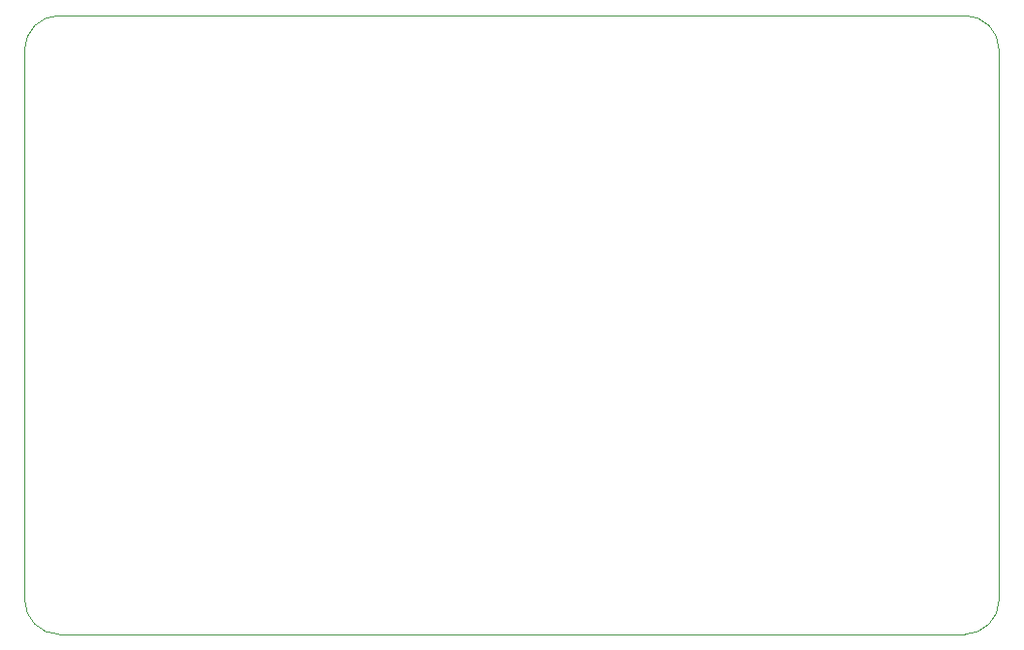
<source format=gbr>
G04 #@! TF.GenerationSoftware,KiCad,Pcbnew,(5.1.5-0-10_14)*
G04 #@! TF.CreationDate,2020-06-28T10:11:47+02:00*
G04 #@! TF.ProjectId,imcp-devkit,696d6370-2d64-4657-966b-69742e6b6963,rev?*
G04 #@! TF.SameCoordinates,Original*
G04 #@! TF.FileFunction,Profile,NP*
%FSLAX46Y46*%
G04 Gerber Fmt 4.6, Leading zero omitted, Abs format (unit mm)*
G04 Created by KiCad (PCBNEW (5.1.5-0-10_14)) date 2020-06-28 10:11:47*
%MOMM*%
%LPD*%
G04 APERTURE LIST*
%ADD10C,0.050000*%
G04 APERTURE END LIST*
D10*
X139000000Y-47000000D02*
X60000000Y-47000000D01*
X139000000Y-101000000D02*
X60000000Y-101000000D01*
X142000000Y-98000000D02*
G75*
G02X139000000Y-101000000I-3000000J0D01*
G01*
X60000000Y-101000000D02*
G75*
G02X57000000Y-98000000I0J3000000D01*
G01*
X57000000Y-50000000D02*
X57000000Y-98000000D01*
X142000000Y-50000000D02*
X142000000Y-98000000D01*
X139000000Y-47000000D02*
G75*
G02X142000000Y-50000000I0J-3000000D01*
G01*
X57000000Y-50000000D02*
G75*
G02X60000000Y-47000000I3000000J0D01*
G01*
M02*

</source>
